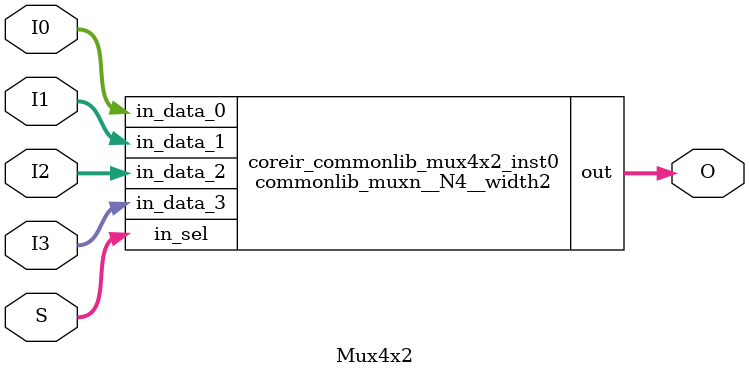
<source format=v>
module coreir_slice #(parameter hi = 1, parameter lo = 0, parameter width = 1) (input [width-1:0] in, output [hi-lo-1:0] out);
  assign out = in[hi-1:lo];
endmodule

module coreir_mux #(parameter width = 1) (input [width-1:0] in0, input [width-1:0] in1, input sel, output [width-1:0] out);
  assign out = sel ? in1 : in0;
endmodule

module commonlib_muxn__N2__width2 (input [1:0] in_data_0, input [1:0] in_data_1, input [0:0] in_sel, output [1:0] out);
coreir_mux #(.width(2)) _join(.in0(in_data_0), .in1(in_data_1), .out(out), .sel(in_sel[0]));
endmodule

module commonlib_muxn__N4__width2 (input [1:0] in_data_0, input [1:0] in_data_1, input [1:0] in_data_2, input [1:0] in_data_3, input [1:0] in_sel, output [1:0] out);
wire [1:0] muxN_0_out;
wire [1:0] muxN_1_out;
wire [0:0] sel_slice0_out;
wire [0:0] sel_slice1_out;
coreir_mux #(.width(2)) _join(.in0(muxN_0_out), .in1(muxN_1_out), .out(out), .sel(in_sel[1]));
commonlib_muxn__N2__width2 muxN_0(.in_data_0(in_data_0), .in_data_1(in_data_1), .in_sel(sel_slice0_out), .out(muxN_0_out));
commonlib_muxn__N2__width2 muxN_1(.in_data_0(in_data_2), .in_data_1(in_data_3), .in_sel(sel_slice1_out), .out(muxN_1_out));
coreir_slice #(.hi(1), .lo(0), .width(2)) sel_slice0(.in(in_sel), .out(sel_slice0_out));
coreir_slice #(.hi(1), .lo(0), .width(2)) sel_slice1(.in(in_sel), .out(sel_slice1_out));
endmodule

module Mux4x2 (input [1:0] I0, input [1:0] I1, input [1:0] I2, input [1:0] I3, output [1:0] O, input [1:0] S);
commonlib_muxn__N4__width2 coreir_commonlib_mux4x2_inst0(.in_data_0(I0), .in_data_1(I1), .in_data_2(I2), .in_data_3(I3), .in_sel(S), .out(O));
endmodule


</source>
